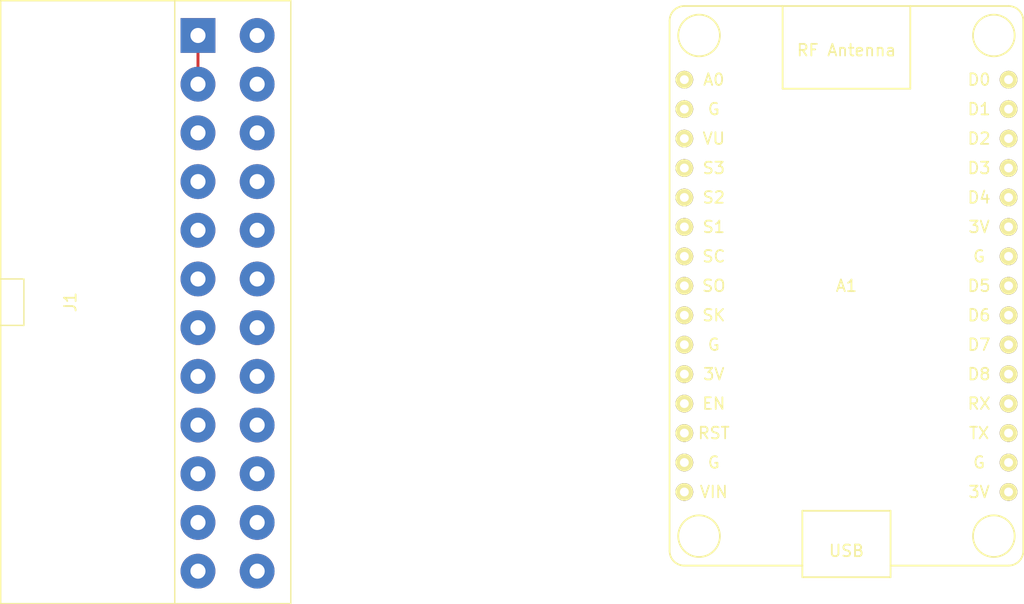
<source format=kicad_pcb>
(kicad_pcb (version 20171130) (host pcbnew "(5.1.2)-2")

  (general
    (thickness 1.6)
    (drawings 0)
    (tracks 2)
    (zones 0)
    (modules 2)
    (nets 39)
  )

  (page A4)
  (layers
    (0 F.Cu signal)
    (31 B.Cu signal)
    (32 B.Adhes user)
    (33 F.Adhes user)
    (34 B.Paste user)
    (35 F.Paste user)
    (36 B.SilkS user)
    (37 F.SilkS user)
    (38 B.Mask user)
    (39 F.Mask user)
    (40 Dwgs.User user)
    (41 Cmts.User user)
    (42 Eco1.User user)
    (43 Eco2.User user)
    (44 Edge.Cuts user)
    (45 Margin user)
    (46 B.CrtYd user)
    (47 F.CrtYd user)
    (48 B.Fab user)
    (49 F.Fab user)
  )

  (setup
    (last_trace_width 0.25)
    (trace_clearance 0.2)
    (zone_clearance 0.508)
    (zone_45_only no)
    (trace_min 0.2)
    (via_size 0.8)
    (via_drill 0.4)
    (via_min_size 0.4)
    (via_min_drill 0.3)
    (uvia_size 0.3)
    (uvia_drill 0.1)
    (uvias_allowed no)
    (uvia_min_size 0.2)
    (uvia_min_drill 0.1)
    (edge_width 0.05)
    (segment_width 0.2)
    (pcb_text_width 0.3)
    (pcb_text_size 1.5 1.5)
    (mod_edge_width 0.12)
    (mod_text_size 1 1)
    (mod_text_width 0.15)
    (pad_size 1.524 1.524)
    (pad_drill 0.762)
    (pad_to_mask_clearance 0.051)
    (solder_mask_min_width 0.25)
    (aux_axis_origin 0 0)
    (visible_elements FFFFFF7F)
    (pcbplotparams
      (layerselection 0x010fc_ffffffff)
      (usegerberextensions false)
      (usegerberattributes false)
      (usegerberadvancedattributes false)
      (creategerberjobfile false)
      (excludeedgelayer true)
      (linewidth 0.100000)
      (plotframeref false)
      (viasonmask false)
      (mode 1)
      (useauxorigin false)
      (hpglpennumber 1)
      (hpglpenspeed 20)
      (hpglpendiameter 15.000000)
      (psnegative false)
      (psa4output false)
      (plotreference true)
      (plotvalue true)
      (plotinvisibletext false)
      (padsonsilk false)
      (subtractmaskfromsilk false)
      (outputformat 1)
      (mirror false)
      (drillshape 1)
      (scaleselection 1)
      (outputdirectory ""))
  )

  (net 0 "")
  (net 1 "Net-(A1-Pad20)")
  (net 2 "Net-(A1-Pad19)")
  (net 3 "Net-(A1-Pad18)")
  (net 4 "Net-(A1-Pad17)")
  (net 5 "Net-(A1-Pad16)")
  (net 6 "Net-(A1-Pad15)")
  (net 7 "Net-(A1-Pad14)")
  (net 8 +3V3)
  (net 9 "Net-(A1-Pad12)")
  (net 10 GND)
  (net 11 "Net-(A1-Pad9)")
  (net 12 "Net-(A1-Pad8)")
  (net 13 "Net-(A1-Pad7)")
  (net 14 "Net-(A1-Pad6)")
  (net 15 "Net-(A1-Pad5)")
  (net 16 "Net-(A1-Pad4)")
  (net 17 "Net-(A1-Pad3)")
  (net 18 "Net-(A1-Pad2)")
  (net 19 "Net-(A1-Pad1)")
  (net 20 "Net-(J1-Pad24)")
  (net 21 "Net-(J1-Pad23)")
  (net 22 "Net-(J1-Pad22)")
  (net 23 "Net-(J1-Pad21)")
  (net 24 "Net-(J1-Pad20)")
  (net 25 "Net-(J1-Pad19)")
  (net 26 "Net-(J1-Pad18)")
  (net 27 "Net-(J1-Pad17)")
  (net 28 "Net-(J1-Pad16)")
  (net 29 "Net-(J1-Pad15)")
  (net 30 "Net-(J1-Pad14)")
  (net 31 "Net-(J1-Pad13)")
  (net 32 "Net-(J1-Pad12)")
  (net 33 +12V)
  (net 34 "Net-(J1-Pad9)")
  (net 35 "Net-(J1-Pad8)")
  (net 36 "Net-(J1-Pad7)")
  (net 37 +5V)
  (net 38 "Net-(J1-Pad5)")

  (net_class Default "Ceci est la Netclass par défaut."
    (clearance 0.2)
    (trace_width 0.25)
    (via_dia 0.8)
    (via_drill 0.4)
    (uvia_dia 0.3)
    (uvia_drill 0.1)
    (add_net +12V)
    (add_net +3V3)
    (add_net +5V)
    (add_net GND)
    (add_net "Net-(A1-Pad1)")
    (add_net "Net-(A1-Pad12)")
    (add_net "Net-(A1-Pad14)")
    (add_net "Net-(A1-Pad15)")
    (add_net "Net-(A1-Pad16)")
    (add_net "Net-(A1-Pad17)")
    (add_net "Net-(A1-Pad18)")
    (add_net "Net-(A1-Pad19)")
    (add_net "Net-(A1-Pad2)")
    (add_net "Net-(A1-Pad20)")
    (add_net "Net-(A1-Pad3)")
    (add_net "Net-(A1-Pad4)")
    (add_net "Net-(A1-Pad5)")
    (add_net "Net-(A1-Pad6)")
    (add_net "Net-(A1-Pad7)")
    (add_net "Net-(A1-Pad8)")
    (add_net "Net-(A1-Pad9)")
    (add_net "Net-(J1-Pad12)")
    (add_net "Net-(J1-Pad13)")
    (add_net "Net-(J1-Pad14)")
    (add_net "Net-(J1-Pad15)")
    (add_net "Net-(J1-Pad16)")
    (add_net "Net-(J1-Pad17)")
    (add_net "Net-(J1-Pad18)")
    (add_net "Net-(J1-Pad19)")
    (add_net "Net-(J1-Pad20)")
    (add_net "Net-(J1-Pad21)")
    (add_net "Net-(J1-Pad22)")
    (add_net "Net-(J1-Pad23)")
    (add_net "Net-(J1-Pad24)")
    (add_net "Net-(J1-Pad5)")
    (add_net "Net-(J1-Pad7)")
    (add_net "Net-(J1-Pad8)")
    (add_net "Net-(J1-Pad9)")
  )

  (module atx:atx_couder (layer F.Cu) (tedit 5DBBE23E) (tstamp 5DBC7326)
    (at 20.32 55.88 270)
    (path /5DBA3CB3)
    (fp_text reference J1 (at 23 11 90) (layer F.SilkS)
      (effects (font (size 1 1) (thickness 0.15)))
    )
    (fp_text value Conn_02x12_Top_Bottom (at 23 7 90) (layer F.Fab)
      (effects (font (size 3 2.5) (thickness 0.2)))
    )
    (fp_poly (pts (xy 21 17) (xy 21 15) (xy 25 15) (xy 25 17)) (layer F.Fab) (width 0.1))
    (fp_text user %R (at 23 -3 90) (layer F.Fab)
      (effects (font (size 1 1) (thickness 0.15)))
    )
    (fp_line (start -3 17) (end -3 -8) (layer F.Fab) (width 0.12))
    (fp_line (start 49 17) (end -3 17) (layer F.Fab) (width 0.12))
    (fp_line (start 49 -8) (end 49 17) (layer F.Fab) (width 0.12))
    (fp_line (start -3 -8) (end 49 -8) (layer F.Fab) (width 0.12))
    (fp_line (start -3 17) (end -3 -8) (layer F.CrtYd) (width 0.12))
    (fp_line (start 49 17) (end -3 17) (layer F.CrtYd) (width 0.12))
    (fp_line (start 49 -8) (end 49 17) (layer F.CrtYd) (width 0.12))
    (fp_line (start -3 -8) (end 49 -8) (layer F.CrtYd) (width 0.12))
    (fp_line (start -3 17) (end -3 -8) (layer F.CrtYd) (width 0.12))
    (fp_line (start 49 17) (end -3 17) (layer F.CrtYd) (width 0.12))
    (fp_line (start 49 -8) (end 49 17) (layer F.CrtYd) (width 0.12))
    (fp_line (start -3 -8) (end 49 -8) (layer F.CrtYd) (width 0.12))
    (fp_line (start 25 15) (end 25 17) (layer F.SilkS) (width 0.12))
    (fp_line (start 21 15) (end 25 15) (layer F.SilkS) (width 0.12))
    (fp_line (start 21 17) (end 21 15) (layer F.SilkS) (width 0.12))
    (fp_line (start 49 17) (end 49 2) (layer F.SilkS) (width 0.12))
    (fp_line (start -3 17) (end 49 17) (layer F.SilkS) (width 0.12))
    (fp_line (start -3 2) (end -3 17) (layer F.SilkS) (width 0.12))
    (fp_line (start -3 2) (end -3 -8) (layer F.SilkS) (width 0.12))
    (fp_line (start 49 2) (end -3 2) (layer F.SilkS) (width 0.12))
    (fp_line (start 49 -8) (end 49 2) (layer F.SilkS) (width 0.12))
    (fp_line (start -3 -8) (end 49 -8) (layer F.SilkS) (width 0.12))
    (pad 24 thru_hole circle (at 46.2 -5.1 270) (size 3 3) (drill 1.3) (layers *.Cu *.Mask)
      (net 20 "Net-(J1-Pad24)"))
    (pad 23 thru_hole circle (at 42 -5.1 270) (size 3 3) (drill 1.3) (layers *.Cu *.Mask)
      (net 21 "Net-(J1-Pad23)"))
    (pad 22 thru_hole circle (at 37.8 -5.1 270) (size 3 3) (drill 1.3) (layers *.Cu *.Mask)
      (net 22 "Net-(J1-Pad22)"))
    (pad 21 thru_hole circle (at 33.6 -5.1 270) (size 3 3) (drill 1.3) (layers *.Cu *.Mask)
      (net 23 "Net-(J1-Pad21)"))
    (pad 20 thru_hole circle (at 29.4 -5.1 270) (size 3 3) (drill 1.3) (layers *.Cu *.Mask)
      (net 24 "Net-(J1-Pad20)"))
    (pad 19 thru_hole circle (at 25.2 -5.1 270) (size 3 3) (drill 1.3) (layers *.Cu *.Mask)
      (net 25 "Net-(J1-Pad19)"))
    (pad 18 thru_hole circle (at 21 -5.1 270) (size 3 3) (drill 1.3) (layers *.Cu *.Mask)
      (net 26 "Net-(J1-Pad18)"))
    (pad 17 thru_hole circle (at 16.8 -5.1 270) (size 3 3) (drill 1.3) (layers *.Cu *.Mask)
      (net 27 "Net-(J1-Pad17)"))
    (pad 16 thru_hole circle (at 12.6 -5.1 270) (size 3 3) (drill 1.3) (layers *.Cu *.Mask)
      (net 28 "Net-(J1-Pad16)"))
    (pad 15 thru_hole circle (at 8.4 -5.1 270) (size 3 3) (drill 1.3) (layers *.Cu *.Mask)
      (net 29 "Net-(J1-Pad15)"))
    (pad 14 thru_hole circle (at 4.2 -5.1 270) (size 3 3) (drill 1.3) (layers *.Cu *.Mask)
      (net 30 "Net-(J1-Pad14)"))
    (pad 13 thru_hole circle (at 0 -5.1 270) (size 3 3) (drill 1.3) (layers *.Cu *.Mask)
      (net 31 "Net-(J1-Pad13)"))
    (pad 12 thru_hole circle (at 46.2 0 270) (size 3 3) (drill 1.3) (layers *.Cu *.Mask)
      (net 32 "Net-(J1-Pad12)"))
    (pad 11 thru_hole circle (at 42 0 270) (size 3 3) (drill 1.3) (layers *.Cu *.Mask)
      (net 33 +12V))
    (pad 10 thru_hole circle (at 37.8 0 270) (size 3 3) (drill 1.3) (layers *.Cu *.Mask)
      (net 33 +12V))
    (pad 9 thru_hole circle (at 33.6 0 270) (size 3 3) (drill 1.3) (layers *.Cu *.Mask)
      (net 34 "Net-(J1-Pad9)"))
    (pad 8 thru_hole circle (at 29.4 0 270) (size 3 3) (drill 1.3) (layers *.Cu *.Mask)
      (net 35 "Net-(J1-Pad8)"))
    (pad 7 thru_hole circle (at 25.2 0 270) (size 3 3) (drill 1.3) (layers *.Cu *.Mask)
      (net 36 "Net-(J1-Pad7)"))
    (pad 6 thru_hole circle (at 21 0 270) (size 3 3) (drill 1.3) (layers *.Cu *.Mask)
      (net 37 +5V))
    (pad 5 thru_hole circle (at 16.8 0 270) (size 3 3) (drill 1.3) (layers *.Cu *.Mask)
      (net 38 "Net-(J1-Pad5)"))
    (pad 4 thru_hole circle (at 12.6 0 270) (size 3 3) (drill 1.3) (layers *.Cu *.Mask)
      (net 37 +5V))
    (pad 3 thru_hole circle (at 8.4 0 270) (size 3 3) (drill 1.3) (layers *.Cu *.Mask)
      (net 10 GND))
    (pad 2 thru_hole circle (at 4.2 0 270) (size 3 3) (drill 1.3) (layers *.Cu *.Mask)
      (net 8 +3V3))
    (pad 1 thru_hole rect (at 0 0 270) (size 3 3) (drill 1.3) (layers *.Cu *.Mask)
      (net 8 +3V3))
  )

  (module "atx:NodeMCU1.0(12-E)" (layer F.Cu) (tedit 5AF3DDCB) (tstamp 5DBC72F2)
    (at 76.2 77.47)
    (path /5DBA0414)
    (fp_text reference A1 (at 0 0) (layer F.SilkS)
      (effects (font (size 1 1) (thickness 0.15)))
    )
    (fp_text value Adafruit_HUZZAH_ESP8266_breakout (at 0 -5.08) (layer F.Fab)
      (effects (font (size 1 1) (thickness 0.15)))
    )
    (fp_line (start 13.97 -24.13) (end -13.97 -24.13) (layer F.SilkS) (width 0.15))
    (fp_circle (center 12.7 -21.59) (end 13.97 -22.86) (layer F.SilkS) (width 0.15))
    (fp_circle (center -12.7 -21.59) (end -11.43 -22.86) (layer F.SilkS) (width 0.15))
    (fp_circle (center -12.7 21.59) (end -11.43 20.32) (layer F.SilkS) (width 0.15))
    (fp_circle (center 12.7 21.59) (end 13.97 20.32) (layer F.SilkS) (width 0.15))
    (fp_text user D0 (at 11.43 -17.78) (layer F.SilkS)
      (effects (font (size 1 1) (thickness 0.15)))
    )
    (fp_text user D1 (at 11.43 -15.24) (layer F.SilkS)
      (effects (font (size 1 1) (thickness 0.15)))
    )
    (fp_text user D2 (at 11.43 -12.7) (layer F.SilkS)
      (effects (font (size 1 1) (thickness 0.15)))
    )
    (fp_text user D3 (at 11.43 -10.16) (layer F.SilkS)
      (effects (font (size 1 1) (thickness 0.15)))
    )
    (fp_text user D4 (at 11.43 -7.62) (layer F.SilkS)
      (effects (font (size 1 1) (thickness 0.15)))
    )
    (fp_text user 3V (at 11.43 -5.08) (layer F.SilkS)
      (effects (font (size 1 1) (thickness 0.15)))
    )
    (fp_text user G (at 11.43 -2.54) (layer F.SilkS)
      (effects (font (size 1 1) (thickness 0.15)))
    )
    (fp_text user D5 (at 11.43 0) (layer F.SilkS)
      (effects (font (size 1 1) (thickness 0.15)))
    )
    (fp_text user D6 (at 11.43 2.54) (layer F.SilkS)
      (effects (font (size 1 1) (thickness 0.15)))
    )
    (fp_text user D7 (at 11.43 5.08) (layer F.SilkS)
      (effects (font (size 1 1) (thickness 0.15)))
    )
    (fp_text user D8 (at 11.43 7.62) (layer F.SilkS)
      (effects (font (size 1 1) (thickness 0.15)))
    )
    (fp_text user RX (at 11.43 10.16) (layer F.SilkS)
      (effects (font (size 1 1) (thickness 0.15)))
    )
    (fp_text user TX (at 11.43 12.7) (layer F.SilkS)
      (effects (font (size 1 1) (thickness 0.15)))
    )
    (fp_text user G (at 11.43 15.24) (layer F.SilkS)
      (effects (font (size 1 1) (thickness 0.15)))
    )
    (fp_text user 3V (at 11.43 17.78) (layer F.SilkS)
      (effects (font (size 1 1) (thickness 0.15)))
    )
    (fp_text user A0 (at -11.43 -17.78) (layer F.SilkS)
      (effects (font (size 1 1) (thickness 0.15)))
    )
    (fp_text user G (at -11.43 -15.24) (layer F.SilkS)
      (effects (font (size 1 1) (thickness 0.15)))
    )
    (fp_text user VU (at -11.43 -12.7) (layer F.SilkS)
      (effects (font (size 1 1) (thickness 0.15)))
    )
    (fp_text user S3 (at -11.43 -10.16) (layer F.SilkS)
      (effects (font (size 1 1) (thickness 0.15)))
    )
    (fp_text user S2 (at -11.43 -7.62) (layer F.SilkS)
      (effects (font (size 1 1) (thickness 0.15)))
    )
    (fp_text user S1 (at -11.43 -5.08) (layer F.SilkS)
      (effects (font (size 1 1) (thickness 0.15)))
    )
    (fp_text user SC (at -11.43 -2.54) (layer F.SilkS)
      (effects (font (size 1 1) (thickness 0.15)))
    )
    (fp_text user SO (at -11.43 0) (layer F.SilkS)
      (effects (font (size 1 1) (thickness 0.15)))
    )
    (fp_text user SK (at -11.43 2.54) (layer F.SilkS)
      (effects (font (size 1 1) (thickness 0.15)))
    )
    (fp_text user G (at -11.43 5.08) (layer F.SilkS)
      (effects (font (size 1 1) (thickness 0.15)))
    )
    (fp_text user 3V (at -11.43 7.62) (layer F.SilkS)
      (effects (font (size 1 1) (thickness 0.15)))
    )
    (fp_text user EN (at -11.43 10.16) (layer F.SilkS)
      (effects (font (size 1 1) (thickness 0.15)))
    )
    (fp_text user RST (at -11.43 12.7) (layer F.SilkS)
      (effects (font (size 1 1) (thickness 0.15)))
    )
    (fp_text user G (at -11.43 15.24) (layer F.SilkS)
      (effects (font (size 1 1) (thickness 0.15)))
    )
    (fp_text user VIN (at -11.43 17.78) (layer F.SilkS)
      (effects (font (size 1 1) (thickness 0.15)))
    )
    (fp_line (start -3.8 24.13) (end -13.97 24.13) (layer F.SilkS) (width 0.15))
    (fp_line (start -15.24 -22.86) (end -15.24 22.86) (layer F.SilkS) (width 0.15))
    (fp_line (start 15.24 -22.86) (end 15.24 22.86) (layer F.SilkS) (width 0.15))
    (fp_arc (start -13.97 22.86) (end -13.97 24.13) (angle 90) (layer F.SilkS) (width 0.15))
    (fp_arc (start 13.97 22.86) (end 15.24 22.86) (angle 90) (layer F.SilkS) (width 0.15))
    (fp_arc (start 13.97 -22.86) (end 13.97 -24.13) (angle 90) (layer F.SilkS) (width 0.15))
    (fp_arc (start -13.97 -22.86) (end -15.24 -22.86) (angle 90) (layer F.SilkS) (width 0.15))
    (fp_line (start 3.8 25.13) (end -3.8 25.13) (layer F.SilkS) (width 0.15))
    (fp_line (start 3.8 19.4) (end 3.8 25.13) (layer F.SilkS) (width 0.15))
    (fp_line (start -3.8 19.4) (end 3.8 19.4) (layer F.SilkS) (width 0.15))
    (fp_line (start -3.8 25.13) (end -3.8 19.4) (layer F.SilkS) (width 0.15))
    (fp_line (start -5.5 -17) (end -5.5 -24.13) (layer F.SilkS) (width 0.15))
    (fp_line (start 5.5 -24.13) (end 5.5 -17) (layer F.SilkS) (width 0.15))
    (fp_line (start 5.5 -17) (end -5.5 -17) (layer F.SilkS) (width 0.15))
    (fp_text user "RF Antenna" (at 0 -20.32) (layer F.SilkS)
      (effects (font (size 1 1) (thickness 0.15)))
    )
    (fp_text user USB (at 0 22.86) (layer F.SilkS)
      (effects (font (size 1 1) (thickness 0.15)))
    )
    (fp_line (start 13.98 24.13) (end 3.81 24.13) (layer F.SilkS) (width 0.15))
    (pad 30 thru_hole circle (at 13.97 -17.78) (size 1.524 1.524) (drill 0.762) (layers *.Cu *.Mask F.SilkS))
    (pad 29 thru_hole circle (at 13.97 -15.24) (size 1.524 1.524) (drill 0.762) (layers *.Cu *.Mask F.SilkS))
    (pad 28 thru_hole circle (at 13.97 -12.7) (size 1.524 1.524) (drill 0.762) (layers *.Cu *.Mask F.SilkS))
    (pad 27 thru_hole circle (at 13.97 -10.16) (size 1.524 1.524) (drill 0.762) (layers *.Cu *.Mask F.SilkS))
    (pad 26 thru_hole circle (at 13.97 -7.62) (size 1.524 1.524) (drill 0.762) (layers *.Cu *.Mask F.SilkS))
    (pad 25 thru_hole circle (at 13.97 -5.08) (size 1.524 1.524) (drill 0.762) (layers *.Cu *.Mask F.SilkS))
    (pad 24 thru_hole circle (at 13.97 -2.54) (size 1.524 1.524) (drill 0.762) (layers *.Cu *.Mask F.SilkS))
    (pad 23 thru_hole circle (at 13.97 0) (size 1.524 1.524) (drill 0.762) (layers *.Cu *.Mask F.SilkS))
    (pad 22 thru_hole circle (at 13.97 2.54) (size 1.524 1.524) (drill 0.762) (layers *.Cu *.Mask F.SilkS))
    (pad 21 thru_hole circle (at 13.97 5.08) (size 1.524 1.524) (drill 0.762) (layers *.Cu *.Mask F.SilkS))
    (pad 20 thru_hole circle (at 13.97 7.62) (size 1.524 1.524) (drill 0.762) (layers *.Cu *.Mask F.SilkS)
      (net 1 "Net-(A1-Pad20)"))
    (pad 19 thru_hole circle (at 13.97 10.16) (size 1.524 1.524) (drill 0.762) (layers *.Cu *.Mask F.SilkS)
      (net 2 "Net-(A1-Pad19)"))
    (pad 18 thru_hole circle (at 13.97 12.7) (size 1.524 1.524) (drill 0.762) (layers *.Cu *.Mask F.SilkS)
      (net 3 "Net-(A1-Pad18)"))
    (pad 17 thru_hole circle (at 13.97 15.24) (size 1.524 1.524) (drill 0.762) (layers *.Cu *.Mask F.SilkS)
      (net 4 "Net-(A1-Pad17)"))
    (pad 16 thru_hole circle (at 13.97 17.78) (size 1.524 1.524) (drill 0.762) (layers *.Cu *.Mask F.SilkS)
      (net 5 "Net-(A1-Pad16)"))
    (pad 15 thru_hole circle (at -13.97 17.78) (size 1.524 1.524) (drill 0.762) (layers *.Cu *.Mask F.SilkS)
      (net 6 "Net-(A1-Pad15)"))
    (pad 14 thru_hole circle (at -13.97 15.24) (size 1.524 1.524) (drill 0.762) (layers *.Cu *.Mask F.SilkS)
      (net 7 "Net-(A1-Pad14)"))
    (pad 13 thru_hole circle (at -13.97 12.7) (size 1.524 1.524) (drill 0.762) (layers *.Cu *.Mask F.SilkS)
      (net 8 +3V3))
    (pad 12 thru_hole circle (at -13.97 10.16) (size 1.524 1.524) (drill 0.762) (layers *.Cu *.Mask F.SilkS)
      (net 9 "Net-(A1-Pad12)"))
    (pad 11 thru_hole circle (at -13.97 7.62) (size 1.524 1.524) (drill 0.762) (layers *.Cu *.Mask F.SilkS)
      (net 10 GND))
    (pad 10 thru_hole circle (at -13.97 5.08) (size 1.524 1.524) (drill 0.762) (layers *.Cu *.Mask F.SilkS)
      (net 10 GND))
    (pad 9 thru_hole circle (at -13.97 2.54) (size 1.524 1.524) (drill 0.762) (layers *.Cu *.Mask F.SilkS)
      (net 11 "Net-(A1-Pad9)"))
    (pad 8 thru_hole circle (at -13.97 0) (size 1.524 1.524) (drill 0.762) (layers *.Cu *.Mask F.SilkS)
      (net 12 "Net-(A1-Pad8)"))
    (pad 7 thru_hole circle (at -13.97 -2.54) (size 1.524 1.524) (drill 0.762) (layers *.Cu *.Mask F.SilkS)
      (net 13 "Net-(A1-Pad7)"))
    (pad 6 thru_hole circle (at -13.97 -5.08) (size 1.524 1.524) (drill 0.762) (layers *.Cu *.Mask F.SilkS)
      (net 14 "Net-(A1-Pad6)"))
    (pad 5 thru_hole circle (at -13.97 -7.62) (size 1.524 1.524) (drill 0.762) (layers *.Cu *.Mask F.SilkS)
      (net 15 "Net-(A1-Pad5)"))
    (pad 4 thru_hole circle (at -13.97 -10.16) (size 1.524 1.524) (drill 0.762) (layers *.Cu *.Mask F.SilkS)
      (net 16 "Net-(A1-Pad4)"))
    (pad 3 thru_hole circle (at -13.97 -12.7) (size 1.524 1.524) (drill 0.762) (layers *.Cu *.Mask F.SilkS)
      (net 17 "Net-(A1-Pad3)"))
    (pad 2 thru_hole circle (at -13.97 -15.24) (size 1.524 1.524) (drill 0.762) (layers *.Cu *.Mask F.SilkS)
      (net 18 "Net-(A1-Pad2)"))
    (pad 1 thru_hole circle (at -13.97 -17.78) (size 1.524 1.524) (drill 0.762) (layers *.Cu *.Mask F.SilkS)
      (net 19 "Net-(A1-Pad1)"))
  )

  (segment (start 20.32 57.63) (end 20.32 60.08) (width 0.25) (layer F.Cu) (net 8))
  (segment (start 20.32 55.88) (end 20.32 57.63) (width 0.25) (layer F.Cu) (net 8))

)

</source>
